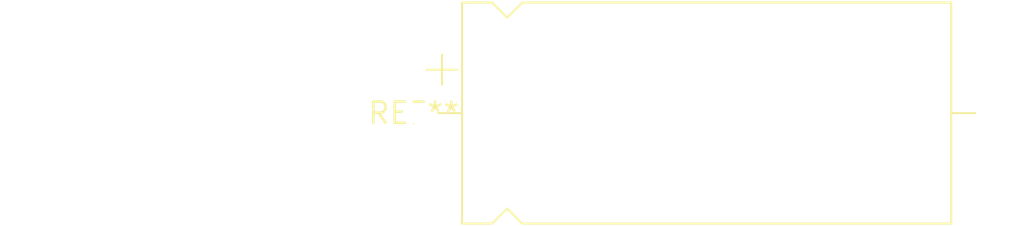
<source format=kicad_pcb>
(kicad_pcb (version 20240108) (generator pcbnew)
  (layers (0 "F.Cu" signal) (31 "B.Cu" signal) (34 "B.Paste" user) (35 "F.Paste" user) (36 "B.SilkS" user "B.Silkscreen") (37 "F.SilkS" user "F.Silkscreen") (38 "B.Mask" user) (39 "F.Mask" user) (44 "Edge.Cuts" user))
  (net 0 "")
  (footprint "CP_Axial_L29.0mm_D13.0mm_P35.00mm_Horizontal" (layer "F.Cu") (at 0 0)
    (property "Reference" "REF**")
    (property "Value" "CP_Axial_L29.0mm_D13.0mm_P35.00mm_Horizontal")
    (fp_line (start 0.78 -2.6) (end 2.58 -2.6) (layer "F.SilkS") (stroke (width 0.12)))
    (fp_line (start 1.44 0) (end 2.88 0) (layer "F.SilkS") (stroke (width 0.12)))
    (fp_line (start 1.68 -3.5) (end 1.68 -1.7) (layer "F.SilkS") (stroke (width 0.12)))
    (fp_line (start 2.88 -6.62) (end 2.88 6.62) (layer "F.SilkS") (stroke (width 0.12)))
    (fp_line (start 2.88 -6.62) (end 4.68 -6.62) (layer "F.SilkS") (stroke (width 0.12)))
    (fp_line (start 2.88 6.62) (end 4.68 6.62) (layer "F.SilkS") (stroke (width 0.12)))
    (fp_line (start 4.68 -6.62) (end 5.58 -5.72) (layer "F.SilkS") (stroke (width 0.12)))
    (fp_line (start 4.68 6.62) (end 5.58 5.72) (layer "F.SilkS") (stroke (width 0.12)))
    (fp_line (start 5.58 -5.72) (end 6.48 -6.62) (layer "F.SilkS") (stroke (width 0.12)))
    (fp_line (start 5.58 5.72) (end 6.48 6.62) (layer "F.SilkS") (stroke (width 0.12)))
    (fp_line (start 6.48 -6.62) (end 32.12 -6.62) (layer "F.SilkS") (stroke (width 0.12)))
    (fp_line (start 6.48 6.62) (end 32.12 6.62) (layer "F.SilkS") (stroke (width 0.12)))
    (fp_line (start 32.12 -6.62) (end 32.12 6.62) (layer "F.SilkS") (stroke (width 0.12)))
    (fp_line (start 33.56 0) (end 32.12 0) (layer "F.SilkS") (stroke (width 0.12)))
    (pad "1" thru_hole rect (at 0 0) (size 2.4 2.4) (drill 1.2) (layers *.Cu *.Mask) (remove_unused_layers))
    (pad "2" thru_hole oval (at 35 0) (size 2.4 2.4) (drill 1.2) (layers *.Cu *.Mask) (remove_unused_layers))
  )
)
</source>
